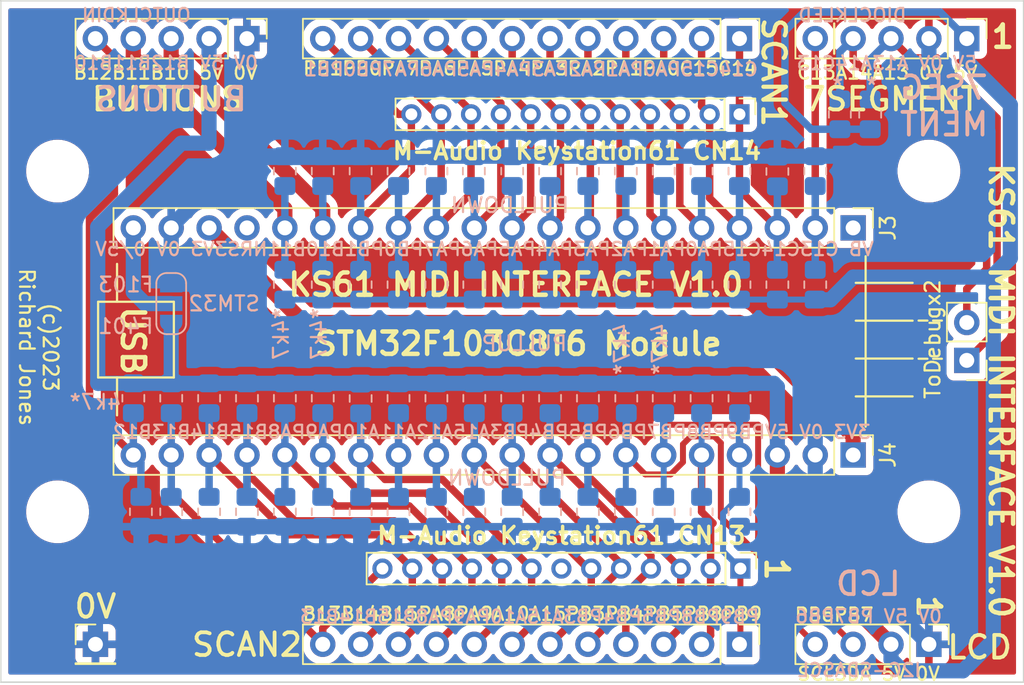
<source format=kicad_pcb>
(kicad_pcb (version 20211014) (generator pcbnew)
  (layers (0 "F.Cu" signal) (31 "B.Cu" signal) (34 "B.Paste" user) (35 "F.Paste" user) (36 "B.SilkS" user "B.Silkscreen") (37 "F.SilkS" user "F.Silkscreen") (38 "B.Mask" user) (39 "F.Mask" user) (44 "Edge.Cuts" user))
  (net 0 "")
  (net 1 "/GND")
  (net 2 "/5V")
  (net 3 "/PB10")
  (net 4 "/PB11")
  (net 5 "/PB12")
  (net 6 "/PC14")
  (net 7 "/PC15")
  (net 8 "/PA0")
  (net 9 "/PA1")
  (net 10 "/PA2")
  (net 11 "/PA3")
  (net 12 "/PA4")
  (net 13 "/PA5")
  (net 14 "/PA6")
  (net 15 "/PA7")
  (net 16 "/PB0")
  (net 17 "/PB1")
  (net 18 "/PB9")
  (net 19 "/PB8")
  (net 20 "/PB5")
  (net 21 "/PB4")
  (net 22 "/PB3")
  (net 23 "/PA15")
  (net 24 "/NC")
  (net 25 "/PA10")
  (net 26 "/PA9")
  (net 27 "/PA8")
  (net 28 "/PB15")
  (net 29 "/PB14")
  (net 30 "/PB13")
  (net 31 "/VBAT")
  (net 32 "/PC13")
  (net 33 "/NRST")
  (net 34 "/3V3")
  (net 35 "/PB7")
  (net 36 "/PB6")
  (net 37 "/PA12")
  (net 38 "/PA11")
  (net 39 "/PA13")
  (net 40 "/PA14")
  (net 41 "/SEL")
  (footprint "Connector_PinHeader_2.54mm:PinHeader_1x12_P2.54mm_Vertical" (layer "F.Cu") (at 185.425 116.84 -90)
    (fp_text reference "GPIO13" hide)
    (fp_text value "Conn_01x12_Male" hide)
  )
  (footprint "Connector_PinHeader_2.54mm:PinHeader_1x01_P2.54mm_Vertical" (layer "F.Cu") (at 142.245 116.84)
    (fp_text reference "J5" hide)
    (fp_text value "Conn_01x01_Male" hide)
  )
  (footprint "Connector_PinHeader_2.54mm:PinHeader_1x04_P2.54mm_Vertical" (layer "F.Cu") (at 198.125 116.84 -90)
    (fp_text reference "LCD1" hide)
    (fp_text value "Conn_01x04_Male" hide)
  )
  (footprint "Connector_PinHeader_2.54mm:PinHeader_1x02_P2.54mm_Vertical" (layer "F.Cu") (at 200.665 97.79 180)
    (fp_text reference "ToDebugx2")
    (fp_text value "Conn_01x02_Male" hide)
  )
  (footprint "Connector_PinHeader_2.54mm:PinHeader_1x05_P2.54mm_Vertical" (layer "F.Cu") (at 152.4 76.2 -90)
    (fp_text reference "Buttons1" hide)
    (fp_text value "Conn_01x05_Male" hide)
  )
  (footprint "MountingHole:MountingHole_3.2mm_M3" (layer "F.Cu") (at 139.705 85.09)
    (fp_text reference "H41" hide)
    (fp_text value "MountingHole" hide)
  )
  (footprint "Connector_PinHeader_2.54mm:PinHeader_1x12_P2.54mm_Vertical" (layer "F.Cu") (at 185.425 76.2 -90)
    (fp_text reference "GPIO14" hide)
    (fp_text value "Conn_01x12_Male" hide)
  )
  (footprint "Connector_PinHeader_2.54mm:PinHeader_1x20_P2.54mm_Vertical" (layer "F.Cu") (at 193.045 104.14 -90)
    (fp_text reference "J4")
    (fp_text value "Conn_01x20_Female")
  )
  (footprint "Connector_PinHeader_2.00mm:PinHeader_1x13_P2.00mm_Vertical" (layer "F.Cu") (at 185.487 111.76 -90)
    (fp_text reference "CN13" hide)
    (fp_text value "Conn_01x13_Male" hide)
  )
  (footprint "Connector_PinHeader_2.00mm:PinHeader_1x12_P2.00mm_Vertical" (layer "F.Cu") (at 185.425 81.28 -90)
    (fp_text reference "CN14" hide)
    (fp_text value "Conn_01x12_Male" hide)
  )
  (footprint "MountingHole:MountingHole_3.2mm_M3" (layer "F.Cu") (at 139.705 107.95)
    (fp_text reference "H43" hide)
    (fp_text value "MountingHole" hide)
  )
  (footprint "MountingHole:MountingHole_3.2mm_M3" (layer "F.Cu") (at 198.125 107.95)
    (fp_text reference "H44" hide)
    (fp_text value "MountingHole" hide)
  )
  (footprint "Connector_PinHeader_2.54mm:PinHeader_1x05_P2.54mm_Vertical" (layer "F.Cu") (at 200.665 76.2 -90)
    (fp_text reference "SEG7" hide)
    (fp_text value "Conn_01x05_Male" hide)
  )
  (footprint "Connector_PinHeader_2.54mm:PinHeader_1x20_P2.54mm_Vertical" (layer "F.Cu") (at 193.045 88.9 -90)
    (fp_text reference "J3")
    (fp_text value "Conn_01x20_Female" hide)
  )
  (footprint "MountingHole:MountingHole_3.2mm_M3" (layer "F.Cu") (at 198.125 85.09)
    (fp_text reference "H42" hide)
    (fp_text value "MountingHole" hide)
  )
  (footprint "Resistor_SMD:R_0805_2012Metric_Pad1.20x1.40mm_HandSolder" (layer "B.Cu") (at 185.425 92.71 90)
    (fp_text reference "RU3" hide)
    (fp_text value "4k7" hide)
  )
  (footprint "Resistor_SMD:R_0805_2012Metric_Pad1.20x1.40mm_HandSolder" (layer "B.Cu") (at 157.485 107.95 90)
    (fp_text reference "RD27" hide)
    (fp_text value "4k7" hide)
  )
  (footprint "Resistor_SMD:R_0805_2012Metric_Pad1.20x1.40mm_HandSolder" (layer "B.Cu") (at 162.565 100.33 -90)
    (fp_text reference "RU25" hide)
    (fp_text value "4k7" hide)
  )
  (footprint "Resistor_SMD:R_0805_2012Metric_Pad1.20x1.40mm_HandSolder" (layer "B.Cu") (at 175.265 85.09 -90)
    (fp_text reference "RD7" hide)
    (fp_text value "4k7" hide)
  )
  (footprint "Resistor_SMD:R_0805_2012Metric_Pad1.20x1.40mm_HandSolder" (layer "B.Cu") (at 187.965 92.71 90)
    (fp_text reference "RU2" hide)
    (fp_text value "4k7" hide)
  )
  (footprint "Resistor_SMD:R_0805_2012Metric_Pad1.20x1.40mm_HandSolder" (layer "B.Cu") (at 172.725 85.09 -90)
    (fp_text reference "RD8" hide)
    (fp_text value "4k7" hide)
  )
  (footprint "Resistor_SMD:R_0805_2012Metric_Pad1.20x1.40mm_HandSolder" (layer "B.Cu") (at 187.966 85.11538 -90)
    (fp_text reference "RD2" hide)
    (fp_text value "4k7" hide)
  )
  (footprint "Resistor_SMD:R_0805_2012Metric_Pad1.20x1.40mm_HandSolder" (layer "B.Cu") (at 160.025 92.71 90)
    (fp_text reference "RU13" hide)
    (fp_text value "4k7" hide)
  )
  (footprint "Resistor_SMD:R_0805_2012Metric_Pad1.20x1.40mm_HandSolder" (layer "B.Cu") (at 157.485 92.71 90)
    (fp_text reference "RU14" hide)
    (fp_text value "*4k7")
  )
  (footprint "Resistor_SMD:R_0805_2012Metric_Pad1.20x1.40mm_HandSolder" (layer "B.Cu") (at 170.185 85.09 -90)
    (fp_text reference "RD9" hide)
    (fp_text value "4k7" hide)
  )
  (footprint "Resistor_SMD:R_0805_2012Metric_Pad1.20x1.40mm_HandSolder" (layer "B.Cu") (at 172.725 92.71 90)
    (fp_text reference "RU8" hide)
    (fp_text value "4k7")
  )
  (footprint "Resistor_SMD:R_0805_2012Metric_Pad1.20x1.40mm_HandSolder" (layer "B.Cu") (at 190.505 92.71 90)
    (fp_text reference "RU1" hide)
    (fp_text value "4k7" hide)
  )
  (footprint "Resistor_SMD:R_0805_2012Metric_Pad1.20x1.40mm_HandSolder" (layer "B.Cu") (at 160.025 85.09 -90)
    (fp_text reference "RD13" hide)
    (fp_text value "4k7" hide)
  )
  (footprint "Resistor_SMD:R_0805_2012Metric_Pad1.20x1.40mm_HandSolder" (layer "B.Cu") (at 172.725 100.33 -90)
    (fp_text reference "RU21" hide)
    (fp_text value "4k7" hide)
  )
  (footprint "Resistor_SMD:R_0805_2012Metric_Pad1.20x1.40mm_HandSolder" (layer "B.Cu") (at 157.485 85.09 -90)
    (fp_text reference "RD14" hide)
    (fp_text value "4k7" hide)
  )
  (footprint "Resistor_SMD:R_0805_2012Metric_Pad1.20x1.40mm_HandSolder" (layer "B.Cu") (at 157.485 100.33 -90)
    (fp_text reference "RU27" hide)
    (fp_text value "4k7" hide)
  )
  (footprint "Resistor_SMD:R_0805_2012Metric_Pad1.20x1.40mm_HandSolder" (layer "B.Cu") (at 175.265 107.95 90)
    (fp_text reference "RD20" hide)
    (fp_text value "4k7" hide)
  )
  (footprint "Resistor_SMD:R_0805_2012Metric_Pad1.20x1.40mm_HandSolder" (layer "B.Cu") (at 185.425 107.95 90)
    (fp_text reference "RD16" hide)
    (fp_text value "4k7" hide)
  )
  (footprint "Resistor_SMD:R_0805_2012Metric_Pad1.20x1.40mm_HandSolder" (layer "B.Cu") (at 165.105 85.09 -90)
    (fp_text reference "RD11" hide)
    (fp_text value "4k7" hide)
  )
  (footprint "Resistor_SMD:R_0805_2012Metric_Pad1.20x1.40mm_HandSolder" (layer "B.Cu") (at 177.805 92.726 90)
    (fp_text reference "RU6" hide)
    (fp_text value "4k7" hide)
  )
  (footprint "Resistor_SMD:R_0805_2012Metric_Pad1.20x1.40mm_HandSolder" (layer "B.Cu") (at 147.325 100.33 -90)
    (fp_text reference "RU31" hide)
    (fp_text value "4k7" hide)
  )
  (footprint "Resistor_SMD:R_0805_2012Metric_Pad1.20x1.40mm_HandSolder" (layer "B.Cu") (at 182.885 107.95 90)
    (fp_text reference "RD17" hide)
    (fp_text value "4k7" hide)
  )
  (footprint "Resistor_SMD:R_0805_2012Metric_Pad1.20x1.40mm_HandSolder" (layer "B.Cu") (at 162.565 85.09 -90)
    (fp_text reference "RD12" hide)
    (fp_text value "4k7" hide)
  )
  (footprint "Resistor_SMD:R_0805_2012Metric_Pad1.20x1.40mm_HandSolder" (layer "B.Cu") (at 170.185 92.71 90)
    (fp_text reference "RU9" hide)
    (fp_text value "4k7" hide)
  )
  (footprint "Resistor_SMD:R_0805_2012Metric_Pad1.20x1.40mm_HandSolder" (layer "B.Cu") (at 160.025 107.95 90)
    (fp_text reference "RD26" hide)
    (fp_text value "4k7" hide)
  )
  (footprint "Resistor_SMD:R_0805_2012Metric_Pad1.20x1.40mm_HandSolder" (layer "B.Cu") (at 165.105 92.71 90)
    (fp_text reference "RU11" hide)
    (fp_text value "4k7" hide)
  )
  (footprint "Resistor_SMD:R_0805_2012Metric_Pad1.20x1.40mm_HandSolder" (layer "B.Cu") (at 154.945 85.09 -90)
    (fp_text reference "RD15" hide)
    (fp_text value "4k7" hide)
  )
  (footprint "Resistor_SMD:R_0805_2012Metric_Pad1.20x1.40mm_HandSolder" (layer "B.Cu") (at 165.105 107.95 90)
    (fp_text reference "RD24" hide)
    (fp_text value "4k7" hide)
  )
  (footprint "Resistor_SMD:R_0805_2012Metric_Pad1.20x1.40mm_HandSolder" (layer "B.Cu") (at 149.865 107.95 90)
    (fp_text reference "RD30" hide)
    (fp_text value "4k7" hide)
  )
  (footprint "Resistor_SMD:R_0805_2012Metric_Pad1.20x1.40mm_HandSolder" (layer "B.Cu") (at 180.345 92.71 90)
    (fp_text reference "RU5" hide)
    (fp_text value "4k7" hide)
  )
  (footprint "Resistor_SMD:R_0805_2012Metric_Pad1.20x1.40mm_HandSolder" (layer "B.Cu") (at 160.025 100.346 -90)
    (fp_text reference "RU26" hide)
    (fp_text value "4k7" hide)
  )
  (footprint "Resistor_SMD:R_0805_2012Metric_Pad1.20x1.40mm_HandSolder" (layer "B.Cu") (at 152.405 107.95 90)
    (fp_text reference "RD29" hide)
    (fp_text value "4k7" hide)
  )
  (footprint "Resistor_SMD:R_0805_2012Metric_Pad1.20x1.40mm_HandSolder" (layer "B.Cu") (at 182.885 100.33 -90)
    (fp_text reference "RU17" hide)
    (fp_text value "4k7" hide)
  )
  (footprint "Resistor_SMD:R_0805_2012Metric_Pad1.20x1.40mm_HandSolder" (layer "B.Cu") (at 175.265 100.33 -90)
    (fp_text reference "RU20" hide)
    (fp_text value "4k7" hide)
  )
  (footprint "Resistor_SMD:R_0805_2012Metric_Pad1.20x1.40mm_HandSolder" (layer "B.Cu") (at 180.345 100.33 -90)
    (fp_text reference "RU18" hide)
    (fp_text value "4k7*")
  )
  (footprint "Resistor_SMD:R_0805_2012Metric_Pad1.20x1.40mm_HandSolder" (layer "B.Cu") (at 182.885 92.71 90)
    (fp_text reference "RU4" hide)
    (fp_text value "4k7" hide)
  )
  (footprint "Resistor_SMD:R_0805_2012Metric_Pad1.20x1.40mm_HandSolder" (layer "B.Cu") (at 180.345 85.09 -90)
    (fp_text reference "RD5" hide)
    (fp_text value "4k7" hide)
  )
  (footprint "Resistor_SMD:R_0805_2012Metric_Pad1.20x1.40mm_HandSolder" (layer "B.Cu") (at 170.185 107.95 90)
    (fp_text reference "RD22" hide)
    (fp_text value "4k7" hide)
  )
  (footprint "Resistor_SMD:R_0805_2012Metric_Pad1.20x1.40mm_HandSolder" (layer "B.Cu") (at 149.865 100.33 -90)
    (fp_text reference "RU30" hide)
    (fp_text value "4k7" hide)
  )
  (footprint "Resistor_SMD:R_0805_2012Metric_Pad1.20x1.40mm_HandSolder" (layer "B.Cu") (at 167.645 107.95 90)
    (fp_text reference "RD23" hide)
    (fp_text value "4k7" hide)
  )
  (footprint "Resistor_SMD:R_0805_2012Metric_Pad1.20x1.40mm_HandSolder" (layer "B.Cu") (at 177.835 100.33 -90)
    (fp_text reference "RU19" hide)
    (fp_text value "4k7*")
  )
  (footprint "Resistor_SMD:R_0805_2012Metric_Pad1.20x1.40mm_HandSolder" (layer "B.Cu") (at 152.405 100.33 -90)
    (fp_text reference "RU29" hide)
    (fp_text value "4k7" hide)
  )
  (footprint "Resistor_SMD:R_0805_2012Metric_Pad1.20x1.40mm_HandSolder" (layer "B.Cu") (at 177.805 107.95 90)
    (fp_text reference "RD19" hide)
    (fp_text value "4k7" hide)
  )
  (footprint "Resistor_SMD:R_0805_2012Metric_Pad1.20x1.40mm_HandSolder" (layer "B.Cu") (at 147.325 107.95 90)
    (fp_text reference "RD31" hide)
    (fp_text value "4k7" hide)
  )
  (footprint "Resistor_SMD:R_0805_2012Metric_Pad1.20x1.40mm_HandSolder" (layer "B.Cu") (at 162.565 92.71 90)
    (fp_text reference "RU12" hide)
    (fp_text value "4k7" hide)
  )
  (footprint "Resistor_SMD:R_0805_2012Metric_Pad1.20x1.40mm_HandSolder" (layer "B.Cu") (at 167.645 92.71 90)
    (fp_text reference "RU10" hide)
    (fp_text value "4k7" hide)
  )
  (footprint "Resistor_SMD:R_0805_2012Metric_Pad1.20x1.40mm_HandSolder" (layer "B.Cu") (at 145.293 107.95 90)
    (fp_text reference "RD32" hide)
    (fp_text value "4k7" hide)
  )
  (footprint "Resistor_SMD:R_0805_2012Metric_Pad1.20x1.40mm_HandSolder" (layer "B.Cu") (at 154.945 92.71 90)
    (fp_text reference "RU15" hide)
    (fp_text value "*4k7")
  )
  (footprint "Resistor_SMD:R_0805_2012Metric_Pad1.20x1.40mm_HandSolder" (layer "B.Cu") (at 165.105 100.33 -90)
    (fp_text reference "RU24" hide)
    (fp_text value "4k7" hide)
  )
  (footprint "Resistor_SMD:R_0805_2012Metric_Pad1.20x1.40mm_HandSolder" (layer "B.Cu") (at 144.785 100.33 -90)
    (fp_text reference "RU32" hide)
    (fp_text value "4k7*")
  )
  (footprint "Resistor_SMD:R_0805_2012Metric_Pad1.20x1.40mm_HandSolder" (layer "B.Cu") (at 185.425 85.09 -90)
    (fp_text reference "RD3" hide)
    (fp_text value "4k7" hide)
  )
  (footprint "Resistor_SMD:R_0805_2012Metric_Pad1.20x1.40mm_HandSolder" (layer "B.Cu") (at 192.156 81.28 90)
    (fp_text reference "RU34" hide)
    (fp_text value "4k7" hide)
  )
  (footprint "Resistor_SMD:R_0805_2012Metric_Pad1.20x1.40mm_HandSolder" (layer "B.Cu") (at 194.188 81.28 90)
    (fp_text reference "RU33" hide)
    (fp_text value "4k7")
  )
  (footprint "Resistor_SMD:R_0805_2012Metric_Pad1.20x1.40mm_HandSolder" (layer "B.Cu") (at 177.805 85.09 -90)
    (fp_text reference "RD6" hide)
    (fp_text value "4k7" hide)
  )
  (footprint "Resistor_SMD:R_0805_2012Metric_Pad1.20x1.40mm_HandSolder" (layer "B.Cu") (at 175.265 92.71 90)
    (fp_text reference "RU7" hide)
    (fp_text value "4k7" hide)
  )
  (footprint "Resistor_SMD:R_0805_2012Metric_Pad1.20x1.40mm_HandSolder" (layer "B.Cu") (at 162.565 107.95 90)
    (fp_text reference "RD25" hide)
    (fp_text value "4k7" hide)
  )
  (footprint "Resistor_SMD:R_0805_2012Metric_Pad1.20x1.40mm_HandSolder" (layer "B.Cu") (at 170.185 100.33 -90)
    (fp_text reference "RU22" hide)
    (fp_text value "4k7" hide)
  )
  (footprint "Resistor_SMD:R_0805_2012Metric_Pad1.20x1.40mm_HandSolder" (layer "B.Cu") (at 190.505 85.09 -90)
    (fp_text reference "RD1" hide)
    (fp_text value "4k7" hide)
  )
  (footprint "Resistor_SMD:R_0805_2012Metric_Pad1.20x1.40mm_HandSolder" (layer "B.Cu") (at 167.645 100.33 -90)
    (fp_text reference "RU23" hide)
    (fp_text value "4k7" hide)
  )
  (footprint "Resistor_SMD:R_0805_2012Metric_Pad1.20x1.40mm_HandSolder" (layer "B.Cu") (at 167.615 85.09 -90)
    (fp_text reference "RD10" hide)
    (fp_text value "4k7" hide)
  )
  (footprint "Jumper:SolderJumper-3_P1.3mm_Open_RoundedPad1.0x1.5mm_NumberLabels" (layer "B.Cu") (at 147.325 93.98 90)
    (fp_text reference "STM32")
    (fp_text value "SolderJumper_3_Open" hide)
  )
  (footprint "Resistor_SMD:R_0805_2012Metric_Pad1.20x1.40mm_HandSolder" (layer "B.Cu") (at 154.945 107.95 90)
    (fp_text reference "RD28" hide)
    (fp_text value "4k7" hide)
  )
  (footprint "Resistor_SMD:R_0805_2012Metric_Pad1.20x1.40mm_HandSolder" (layer "B.Cu") (at 154.945 100.33 -90)
    (fp_text reference "RU28" hide)
    (fp_text value "4k7" hide)
  )
  (footprint "Resistor_SMD:R_0805_2012Metric_Pad1.20x1.40mm_HandSolder" (layer "B.Cu") (at 182.885 85.09 -90)
    (fp_text reference "RD4" hide)
    (fp_text value "4k7" hide)
  )
  (footprint "Resistor_SMD:R_0805_2012Metric_Pad1.20x1.40mm_HandSolder" (layer "B.Cu") (at 180.345 107.95 90)
    (fp_text reference "RD18" hide)
    (fp_text value "4k7" hide)
  )
  (footprint "Resistor_SMD:R_0805_2012Metric_Pad1.20x1.40mm_HandSolder" (layer "B.Cu") (at 185.425 100.33 -90)
    (fp_text reference "RU16" hide)
    (fp_text value "4k7" hide)
  )
  (footprint "Resistor_SMD:R_0805_2012Metric_Pad1.20x1.40mm_HandSolder" (layer "B.Cu") (at 172.725 107.95 90)
    (fp_text reference "RD21" hide)
    (fp_text value "4k7" hide)
  )
  (gr_line (start 198.405 95.12) (end 198.995 95.12) (layer "F.SilkS") (width 0.15))
  (gr_line (start 142.422066 98.937066) (end 147.502066 98.937066) (layer "F.SilkS") (width 0.15))
  (gr_line (start 193.8832 90.805) (end 193.8832 102.235) (layer "F.SilkS") (width 0.15))
  (gr_line (start 197.435 95.12) (end 198.025 95.12) (layer "F.SilkS") (width 0.15))
  (gr_line (start 143.692066 91.317066) (end 143.692066 93.857066) (layer "F.SilkS") (width 0.15))
  (gr_line (start 193.222066 97.667066) (end 197.032066 97.667066) (layer "F.SilkS") (width 0.15))
  (gr_line (start 193.222066 95.127066) (end 197.032066 95.127066) (layer "F.SilkS") (width 0.15))
  (gr_line (start 142.422066 93.857066) (end 147.502066 93.857066) (layer "F.SilkS") (width 0.15))
  (gr_line (start 191.775 75.184) (end 191.775 77.216) (layer "F.SilkS") (width 0.15))
  (gr_line (start 147.502066 93.857066) (end 147.502066 98.937066) (layer "F.SilkS") (width 0.15))
  (gr_line (start 198.405 97.68) (end 198.995 97.68) (layer "F.SilkS") (width 0.15))
  (gr_line (start 143.692066 98.937066) (end 143.692066 101.477066) (layer "F.SilkS") (width 0.15))
  (gr_line (start 193.222066 100.207066) (end 197.032066 100.207066) (layer "F.SilkS") (width 0.15))
  (gr_line (start 197.435 97.68) (end 198.025 97.68) (layer "F.SilkS") (width 0.15))
  (gr_line (start 193.222066 92.587066) (end 197.032066 92.587066) (layer "F.SilkS") (width 0.15))
  (gr_line (start 142.422066 98.937066) (end 142.422066 93.857066) (layer "F.SilkS") (width 0.15))
  (gr_rect (start 204.475 73.66) (end 135.895 119.38) (layer "Edge.Cuts") (width 0.1) (fill none))
  (gr_text "3V3 0V 5VPB9PB8PB7PB6PB5PB4PB3A15A12A11A10PA9PA8B15B14B13B12" (at 168.812666 102.594666) (layer "B.SilkS") (effects (font (size 0.889 0.893064)) (justify mirror)))
  (gr_text "PB9PB8PB5PB4PB3A15A10PA9PA8B15B14B13" (at 171.352666 114.989866) (layer "B.SilkS") (effects (font (size 0.889 0.889) (thickness 0.1524)) (justify mirror)))
  (gr_text "PULLDOWN" (at 170.031866 87.380066) (layer "B.SilkS") (effects (font (size 1 1)) (justify mirror)))
  (gr_text "5V 0V A13A14C13" (at 195.3056 77.851) (layer "B.SilkS") (effects (font (size 0.889 0.889) (thickness 0.1524)) (justify mirror)))
  (gr_text "F103" (at 144.277 92.71) (layer "B.SilkS") (effects (font (size 0.9906 0.9906) (thickness 0.14986)) (justify mirror)))
  (gr_text "LCD" (at 194.061 112.776) (layer "B.SilkS") (effects (font (size 1.524 1.524) (thickness 0.254)) (justify mirror)))
  (gr_text "0V 5V B12B11B10" (at 146.968666 77.829666) (layer "B.SilkS") (effects (font (size 0.889 0.889) (thickness 0.1524)) (justify mirror)))
  (gr_text "I2C-SDASCL" (at 193.476066 118.571266) (layer "B.SilkS") (effects (font (size 0.889 0.889) (thickness 0.1524)) (justify mirror)))
  (gr_text "0V 5V PB7PB6" (at 194.085666 114.964466) (layer "B.SilkS") (effects (font (size 0.889 0.889) (thickness 0.1524)) (justify mirror)))
  (gr_text "DIOCLKLED" (at 192.993466 74.629266) (layer "B.SilkS") (effects (font (size 0.889 0.89916) (thickness 0.1524)) (justify mirror)))
  (gr_text "VB C13C14C15PA0PA1PA2PA3PA4PA5PA6PA7PB0PB1B10B11NRS3V3 0V 0/5V" (at 168.3308 90.3224) (layer "B.SilkS") (effects (font (size 0.889 0.893064)) (justify mirror)))
  (gr_text "BUTTONS" (at 147.325 80.264) (layer "B.SilkS") (effects (font (size 1.524 1.524) (thickness 0.254)) (justify mirror)))
  (gr_text "7SEG\nMENT" (at 199.141 80.7212) (layer "B.SilkS") (effects (font (size 1.524 1.524) (thickness 0.254)) (justify mirror)))
  (gr_text "PULLUP" (at 170.997066 96.651066) (layer "B.SilkS") (effects (font (size 1 1)) (justify mirror)))
  (gr_text "*  *" (at 193.1466 79.3496) (layer "B.SilkS") (effects (font (size 1 1)) (justify mirror)))
  (gr_text "F401" (at 144.277 95.504) (layer "B.SilkS") (effects (font (size 0.9906 0.9906) (thickness 0.14986)) (justify mirror)))
  (gr_text "C14C15PA0PA1PA2PA3PA4PA5PA6PA7PB0PB1" (at 171.454266 78.261466) (layer "B.SilkS") (effects (font (size 0.889 0.889) (thickness 0.1524)) (justify mirror)))
  (gr_text "OUTCLKDIN" (at 144.987466 74.629266) (layer "B.SilkS") (effects (font (size 0.889 0.889) (thickness 0.1524)) (justify mirror)))
  (gr_text "PULLDOWN" (at 169.828666 105.668066) (layer "B.SilkS") (effects (font (size 1 1)) (justify mirror)))
  (gr_text "STM32F103C8T6 Module" (at 170.5914 96.6724) (layer "F.SilkS") (effects (font (size 1.5 1.5) (thickness 0.3))))
  (gr_text "B12B11B10 5V 0V" (at 146.944 78.486) (layer "F.SilkS") (effects (font (size 0.889 0.889) (thickness 0.1524))))
  (gr_text "USB" (at 144.7596 96.4692 270) (layer "F.SilkS") (effects (font (size 1.5 1.5) (thickness 0.3))))
  (gr_text "SCLSDA 5V 0V" (at 194.0864 118.8212) (layer "F.SilkS") (effects (font (size 0.889 0.889) (thickness 0.1524))))
  (gr_text "1" (at 187.925 111.8 270) (layer "F.SilkS") (effects (font (size 1.5 1.5) (thickness 0.3))))
  (gr_text "KS61 MIDI INTERFACE V1.0" (at 170.434 92.71) (layer "F.SilkS") (effects (font (size 1.5 1.5) (thickness 0.3))))
  (gr_text "1" (at 198.125 114.3 270) (layer "F.SilkS") (effects (font (size 1.5 1.5) (thickness 0.3))))
  (gr_text "KS61 MIDI INTERFACE V1.0" (at 202.951 99.822 270) (layer "F.SilkS") (effects (font (size 1.5 1.5) (thickness 0.3))))
  (gr_text "PB1PB0PA7PA6PA5PA4PA3PA2PA1PA0C15C14" (at 171.375 78.2) (layer "F.SilkS") (effects (font (size 0.889 0.889) (thickness 0.1524))))
  (gr_text "PB6PB7" (at 191.775 114.8588) (layer "F.SilkS") (effects (font (size 0.889 0.889) (thickness 0.1524))))
  (gr_text "M-Audio Keystation61 CN14" (at 174.5284 83.7438) (layer "F.SilkS") (effects (font (size 1.143 1.143) (thickness 0.2286))))
  (gr_text "0V" (at 142.245 114.3) (layer "F.SilkS") (effects (font (size 1.524 1.524) (thickness 0.254))))
  (gr_text "(c)2023\nRichard Jones" (at 138.435 96.901 270) (layer "F.SilkS") (effects (font (size 0.9906 0.9906) (thickness 0.1524))))
  (gr_text "SCAN2" (at 152.405 116.8654) (layer "F.SilkS") (effects (font (size 1.524 1.524) (thickness 0.254))))
  (gr_text "B13B14B15PA8PA9A10A15PB3PB4PB5PB8PB9" (at 171.535 114.8) (layer "F.SilkS") (effects (font (size 0.889 0.889) (thickness 0.1524))))
  (gr_text "LCD" (at 201.5286 117.0432) (layer "F.SilkS") (effects (font (size 1.524 1.524) (thickness 0.254))))
  (gr_text "M-Audio Keystation61 CN13" (at 173.487 109.5502) (layer "F.SilkS") (effects (font (size 1.143 1.143) (thickness 0.2286))))
  (gr_text "7SEGMENT" (at 195.585 80.264) (layer "F.SilkS") (effects (font (size 1.524 1.524) (thickness 0.254))))
  (gr_text "C13A14A13 0V 5V" (at 195.331 78.486) (layer "F.SilkS") (effects (font (size 0.889 0.889) (thickness 0.1524))))
  (gr_text "BUTTONS" (at 147.071 80.264) (layer "F.SilkS") (effects (font (size 1.524 1.524) (thickness 0.254))))
  (gr_text "1" (at 203.078 76.073) (layer "F.SilkS") (effects (font (size 1.5 1.5) (thickness 0.3))))
  (gr_text "SCAN1" (at 187.711 78.4606 270) (layer "F.SilkS") (effects (font (size 1.508 1.508) (thickness 0.2794))))
  (segment (start 190.4542 109.0676) (end 190.505 109.0168) (width 1.016) (layer "B.Cu") (net 1))
  (segment (start 167.645 108.95) (end 160.025 108.95) (width 0.5) (layer "B.Cu") (net 1))
  (segment (start 152.4 83.815) (end 154.67 83.815) (width 0.5) (layer "B.Cu") (net 1))
  (segment (start 154.961 84.106) (end 154.945 84.09) (width 0.5) (layer "B.Cu") (net 1))
  (segment (start 190.3226 95.8296) (end 152.9846 95.8296) (width 1.016) (layer "B.Cu") (net 1))
  (segment (start 190.505 109.0168) (end 190.505 96.012) (width 1.016) (layer "B.Cu") (net 1))
  (segment (start 190.4542 109.0676) (end 190.4542 109.1692) (width 1.016) (layer "B.Cu") (net 1))
  (segment (start 164.194233 84.1756) (end 151.9478 84.1756) (width 1.016) (layer "B.Cu") (net 1))
  (segment (start 193.791 84.09) (end 190.505 84.09) (width 1.016) (layer "B.Cu") (net 1))
  (segment (start 190.505 96.012) (end 190.3226 95.8296) (width 1.016) (layer "B.Cu") (net 1))
  (segment (start 148.7347 87.3887) (end 151.9478 84.1756) (width 1.016) (layer "B.Cu") (net 1))
  (segment (start 151.9478 84.1756) (end 152.3084 83.815) (width 1.016) (layer "B.Cu") (net 1))
  (segment (start 170.185 108.95) (end 172.725 108.95) (width 0.5) (layer "B.Cu") (net 1))
  (segment (start 193.807 84.106) (end 193.791 84.09) (width 1.016) (layer "B.Cu") (net 1))
  (segment (start 160.025 108.95) (end 160.025 113.665) (width 1.016) (layer "B.Cu") (net 1))
  (segment (start 147.325 88.7984) (end 148.7347 87.3887) (width 1.016) (layer "B.Cu") (net 1))
  (segment (start 142.245 115.1382) (end 142.245 116.84) (width 1.016) (layer "B.Cu") (net 1))
  (segment (start 157.485 84.106) (end 154.961 84.106) (width 0.5) (layer "B.Cu") (net 1))
  (segment (start 198.125 116.84) (end 194.31 113.025) (width 1.016) (layer "B.Cu") (net 1))
  (segment (start 147.325 88.9) (end 147.325 88.7984) (width 0.5) (layer "B.Cu") (net 1))
  (segment (start 193.807 86.233) (end 193.807 84.106) (width 1.016) (layer "B.Cu") (net 1))
  (segment (start 152.4 76.2) (end 152.4 83.815) (width 1.016) (layer "B.Cu") (net 1))
  (segment (start 198.125 78.486999) (end 202.0874 82.449399) (width 1.016) (layer "B.Cu") (net 1))
  (segment (start 198.125 76.2) (end 198.125 78.486999) (width 1.016) (layer "B.Cu") (net 1))
  (segment (start 197.236 89.662) (end 193.807 86.233) (width 1.016) (layer "B.Cu") (net 1))
  (segment (start 145.293 112.0902) (end 142.245 115.1382) (width 1.016) (layer "B.Cu") (net 1))
  (segment (start 202.0874 82.449399) (end 202.0874 89.662) (width 1.016) (layer "B.Cu") (net 1))
  (segment (start 202.0874 89.662) (end 197.236 89.662) (width 1.016) (layer "B.Cu") (net 1))
  (segment (start 145.293 108.95) (end 160.025 108.95) (width 1.016) (layer "B.Cu") (net 1))
  (segment (start 147.325 92.68) (end 147.325 88.9) (width 1.016) (layer "B.Cu") (net 1))
  (segment (start 167.645 108.95) (end 170.185 108.95) (width 0.5) (layer "B.Cu") (net 1))
  (segment (start 190.505 84.09) (end 164.279833 84.09) (width 1.016) (layer "B.Cu") (net 1))
  (segment (start 152.9846 95.8296) (end 149.835 92.68) (width 1.016) (layer "B.Cu") (net 1))
  (segment (start 164.279833 84.09) (end 164.194233 84.1756) (width 1.016) (layer "B.Cu") (net 1))
  (segment (start 186.7458 113.9444) (end 160.3044 113.9444) (width 1.016) (layer "B.Cu") (net 1))
  (segment (start 185.425 108.95) (end 190.235 108.95) (width 0.5) (layer "B.Cu") (net 1))
  (segment (start 190.4542 110.236) (end 190.4542 109.0676) (width 1.016) (layer "B.Cu") (net 1))
  (segment (start 182.885 108.95) (end 172.69477 108.95) (width 0.5) (layer "B.Cu") (net 1))
  (segment (start 149.835 92.68) (end 147.325 92.68) (width 1.016) (layer "B.Cu") (net 1))
  (segment (start 154.67 83.815) (end 154.945 84.09) (width 0.5) (layer "B.Cu") (net 1))
  (segment (start 160.025 113.665) (end 160.3044 113.9444) (width 1.016) (layer "B.Cu") (net 1))
  (segment (start 145.293 108.95) (end 145.293 112.0902) (width 1.016) (layer "B.Cu") (net 1))
  (segment (start 190.4542 109.1692) (end 194.31 113.025) (width 1.016) (layer "B.Cu") (net 1))
  (segment (start 190.4542 110.236) (end 186.7458 113.9444) (width 1.016) (layer "B.Cu") (net 1))
  (segment (start 152.3084 83.815) (end 152.4 83.815) (width 1.016) (layer "B.Cu") (net 1))
  (segment (start 187.965 104.14) (end 187.965 109.22) (width 1.016) (layer "F.Cu") (net 2))
  (segment (start 187.965 109.22) (end 195.585 116.84) (width 1.016) (layer "F.Cu") (net 2))
  (segment (start 200.665 77.724) (end 203.586 80.645) (width 1.016) (layer "B.Cu") (net 2))
  (segment (start 187.965 104.14) (end 187.965 99.568) (width 1.016) (layer "B.Cu") (net 2))
  (segment (start 193.045 92.202) (end 191.521 93.726) (width 1.016) (layer "B.Cu") (net 2))
  (segment (start 185.425 99.33) (end 144.785 99.33) (width 1.016) (layer "B.Cu") (net 2))
  (segment (start 149.86 76.2) (end 149.86 83.2154) (width 1.016) (layer "B.Cu") (net 2))
  (segment (start 189.743 74.422) (end 198.887 74.422) (width 0.5) (layer "B.Cu") (net 2))
  (segment (start 203.586 90.932) (end 202.443 92.075) (width 1.016) (layer "B.Cu") (net 2))
  (segment (start 188.473 75.692) (end 189.743 74.422) (width 0.5) (layer "B.Cu") (net 2))
  (segment (start 190.235 82.28) (end 188.473 80.518) (width 0.5) (layer "B.Cu") (net 2))
  (segment (start 190.521 93.726) (end 190.505 93.71) (width 1.016) (layer "B.Cu") (net 2))
  (segment (start 187.727 99.33) (end 185.425 99.33) (width 1.016) (layer "B.Cu") (net 2))
  (segment (start 148.0058 83.2154) (end 142.3974 88.8238) (width 1.016) (layer "B.Cu") (net 2))
  (segment (start 149.86 83.2154) (end 148.0058 83.2154) (width 1.016) (layer "B.Cu") (net 2))
  (segment (start 202.443 93.726) (end 202.443 116.586) (width 1.016) (layer "B.Cu") (net 2))
  (segment (start 191.521 93.726) (end 190.521 93.726) (width 1.016) (layer "B.Cu") (net 2))
  (segment (start 196.347 118.618) (end 195.585 117.856) (width 1.016) (layer "B.Cu") (net 2))
  (segment (start 200.665 76.2) (end 200.665 77.724) (width 1.016) (layer "B.Cu") (net 2))
  (segment (start 188.473 80.518) (end 188.473 75.692) (width 0.5) (layer "B.Cu") (net 2))
  (segment (start 203.586 80.645) (end 203.586 90.932) (width 1.016) (layer "B.Cu") (net 2))
  (segment (start 202.443 116.586) (end 200.411 118.618) (width 1.016) (layer "B.Cu") (net 2))
  (segment (start 142.3974 88.8238) (end 142.3974 99.314) (width 1.016) (layer "B.Cu") (net 2))
  (segment (start 147.325 95.28) (end 147.325 99.33) (width 1.016) (layer "B.Cu") (net 2))
  (segment (start 202.443 92.202) (end 193.045 92.202) (width 1.016) (layer "B.Cu") (net 2))
  (segment (start 192.156 82.28) (end 190.235 82.28) (width 0.5) (layer "B.Cu") (net 2))
  (segment (start 142.4134 99.33) (end 144.785 99.33) (width 1.016) (layer "B.Cu") (net 2))
  (segment (start 187.965 99.568) (end 187.727 99.33) (width 1.016) (layer "B.Cu") (net 2))
  (segment (start 198.887 74.422) (end 200.665 76.2) (width 0.5) (layer "B.Cu") (net 2))
  (segment (start 195.585 117.856) (end 195.585 116.84) (width 1.016) (layer "B.Cu") (net 2))
  (segment (start 194.188 82.28) (end 192.156 82.28) (width 0.5) (layer "B.Cu") (net 2))
  (segment (start 190.505 93.71) (end 154.945 93.71) (width 0.4) (layer "B.Cu") (net 2))
  (segment (start 142.3974 99.314) (end 142.4134 99.33) (width 1.016) (layer "B.Cu") (net 2))
  (segment (start 200.411 118.618) (end 196.347 118.618) (width 1.016) (layer "B.Cu") (net 2))
  (segment (start 202.443 92.075) (end 202.443 93.726) (width 1.016) (layer "B.Cu") (net 2))
  (segment (start 157.485 87.63) (end 157.485 88.9) (width 1.016) (layer "F.Cu") (net 3))
  (segment (start 147.32 77.465) (end 157.485 87.63) (width 1.016) (layer "F.Cu") (net 3))
  (segment (start 147.32 76.2) (end 147.32 77.465) (width 1.016) (layer "F.Cu") (net 3))
  (segment (start 157.485 88.9) (end 157.485 91.71) (width 0.5) (layer "B.Cu") (net 3))
  (segment (start 157.485 86.106) (end 157.485 88.9) (width 0.5) (layer "B.Cu") (net 3))
  (segment (start 154.945 87.63) (end 154.945 88.9) (width 1.016) (layer "F.Cu") (net 4))
  (segment (start 144.78 76.2) (end 144.78 77.465) (width 1.016) (layer "F.Cu") (net 4))
  (segment (start 144.78 77.465) (end 154.945 87.63) (width 1.016) (layer "F.Cu") (net 4))
  (segment (start 154.945 88.9) (end 154.945 91.71) (width 0.5) (layer "B.Cu") (net 4))
  (segment (start 154.945 86.09) (end 154.945 88.9) (width 0.5) (layer "B.Cu") (net 4))
  (segment (start 141.84628 101.20128) (end 144.785 104.14) (width 0.5) (layer "F.Cu") (net 5))
  (segment (start 141.84628 88.281929) (end 141.84628 101.20128) (width 0.5) (layer "F.Cu") (net 5))
  (segment (start 143.515 86.613208) (end 141.84628 88.281929) (width 0.5) (layer "F.Cu") (net 5))
  (segment (start 142.24 76.2) (end 143.515 77.475) (width 0.5) (layer "F.Cu") (net 5))
  (segment (start 143.515 77.475) (end 143.515 86.613208) (width 0.5) (layer "F.Cu") (net 5))
  (segment (start 145.293 106.95) (end 145.293 104.648) (width 0.5) (layer "B.Cu") (net 5))
  (segment (start 144.785 101.33) (end 144.785 104.14) (width 0.5) (layer "B.Cu") (net 5))
  (segment (start 145.293 104.648) (end 144.785 104.14) (width 0.5) (layer "B.Cu") (net 5))
  (segment (start 185.425 76.2) (end 185.425 81.28) (width 0.5) (layer "F.Cu") (net 6))
  (segment (start 185.425 86.36) (end 187.965 88.9) (width 0.5) (layer "F.Cu") (net 6))
  (segment (start 185.425 81.28) (end 185.425 86.36) (width 0.5) (layer "F.Cu") (net 6))
  (segment (start 187.966 86.11538) (end 187.966 88.899) (width 0.5) (layer "B.Cu") (net 6))
  (segment (start 187.966 88.899) (end 187.965 88.9) (width 0.5) (layer "B.Cu") (net 6))
  (segment (start 187.965 88.9) (end 187.965 91.71) (width 0.5) (layer "B.Cu") (net 6))
  (segment (start 182.885 80.74) (end 183.425 81.28) (width 0.5) (layer "F.Cu") (net 7))
  (segment (start 183.425 81.28) (end 183.425 86.9) (width 0.5) (layer "F.Cu") (net 7))
  (segment (start 183.425 86.9) (end 185.425 88.9) (width 0.5) (layer "F.Cu") (net 7))
  (segment (start 182.885 76.2) (end 182.885 80.74) (width 0.5) (layer "F.Cu") (net 7))
  (segment (start 185.425 86.09) (end 185.425 91.726) (width 0.5) (layer "B.Cu") (net 7))
  (segment (start 180.345 76.2) (end 180.345 80.2) (width 0.5) (layer "F.Cu") (net 8))
  (segment (start 181.425 87.44) (end 182.885 88.9) (width 0.5) (layer "F.Cu") (net 8))
  (segment (start 180.345 80.2) (end 181.425 81.28) (width 0.5) (layer "F.Cu") (net 8))
  (segment (start 181.425 81.28) (end 181.425 87.44) (width 0.5) (layer "F.Cu") (net 8))
  (segment (start 182.885 86.09) (end 182.885 91.71) (width 0.5) (layer "B.Cu") (net 8))
  (segment (start 179.425 87.98) (end 180.345 88.9) (width 0.5) (layer "F.Cu") (net 9))
  (segment (start 179.425 81.28) (end 179.425 87.98) (width 0.5) (layer "F.Cu") (net 9))
  (segment (start 177.805 79.66) (end 179.425 81.28) (width 0.5) (layer "F.Cu") (net 9))
  (segment (start 177.805 76.2) (end 177.805 79.66) (width 0.5) (layer "F.Cu") (net 9))
  (segment (start 180.345 86.09) (end 180.345 91.71) (width 0.5) (layer "B.Cu") (net 9))
  (segment (start 175.265 76.2) (end 175.265 79.12) (width 0.5) (layer "F.Cu") (net 10))
  (segment (start 177.425 81.28) (end 177.425 88.52) (width 0.5) (layer "F.Cu") (net 10))
  (segment (start 175.265 79.12) (end 177.425 81.28) (width 0.5) (layer "F.Cu") (net 10))
  (segment (start 177.425 88.52) (end 177.805 88.9) (width 0.5) (layer "F.Cu") (net 10))
  (segment (start 177.805 86.09) (end 177.805 91.726) (width 0.5) (layer "B.Cu") (net 10))
  (segment (start 175.425 81.28) (end 175.425 88.74) (width 0.5) (layer "F.Cu") (net 11))
  (segment (start 172.725 78.58) (end 175.425 81.28) (width 0.5) (layer "F.Cu") (net 11))
  (segment (start 175.425 88.74) (end 175.265 88.9) (width 0.5) (layer "F.Cu") (net 11))
  (segment (start 172.725 76.2) (end 172.725 78.58) (width 0.5) (layer "F.Cu") (net 11))
  (segment (start 175.265 86.09) (end 175.265 91.71) (width 0.5) (layer "B.Cu") (net 11))
  (segment (start 173.425 81.28) (end 173.425 88.2) (width 0.5) (layer "F.Cu") (net 12))
  (segment (start 170.185 76.2) (end 170.185 78.04) (width 0.5) (layer "F.Cu") (net 12))
  (segment (start 170.185 78.04) (end 173.425 81.28) (width 0.5) (layer "F.Cu") (net 12))
  (segment (start 173.425 88.2) (end 172.725 88.9) (width 0.5) (layer "F.Cu") (net 12))
  (segment (start 172.725 86.09) (end 172.725 91.71) (width 0.5) (layer "B.Cu") (net 12))
  (segment (start 167.645 77.5) (end 171.425 81.28) (width 0.5) (layer "F.Cu") (net 13))
  (segment (start 171.425 81.28) (end 171.425 87.66) (width 0.5) (layer "F.Cu") (net 13))
  (segment (start 167.645 76.2) (end 167.645 77.5) (width 0.5) (layer "F.Cu") (net 13))
  (segment (start 171.425 87.66) (end 170.185 88.9) (width 0.5) (layer "F.Cu") (net 13))
  (segment (start 170.185 86.09) (end 170.185 91.71) (width 0.5) (layer "B.Cu") (net 13))
  (segment (start 169.425 87.12) (end 167.645 88.9) (width 0.5) (layer "F.Cu") (net 14))
  (segment (start 165.105 76.2) (end 169.425 80.52) (width 0.5) (layer "F.Cu") (net 14))
  (segment (start 169.425 80.52) (end 169.425 81.28) (width 0.5) (layer "F.Cu") (net 14))
  (segment (start 169.425 81.28) (end 169.425 87.12) (width 0.5) (layer "F.Cu") (net 14))
  (segment (start 167.645 91.71) (end 167.645 86.12) (width 0.5) (layer "B.Cu") (net 14))
  (segment (start 167.645 86.12) (end 167.615 86.09) (width 0.5) (layer "B.Cu") (net 14))
  (segment (start 167.425 86.58) (end 165.105 88.9) (width 0.5) (layer "F.Cu") (net 15))
  (segment (start 167.425 86.58) (end 167.425 81.28) (width 0.5) (layer "F.Cu") (net 15))
  (segment (start 167.425 81.06) (end 167.425 81.28) (width 0.5) (layer "F.Cu") (net 15))
  (segment (start 162.565 76.2) (end 167.425 81.06) (width 0.5) (layer "F.Cu") (net 15))
  (segment (start 165.105 86.09) (end 165.105 91.71) (width 0.5) (layer "B.Cu") (net 15))
  (segment (start 165.425 86.04) (end 162.565 88.9) (width 0.5) (layer "F.Cu") (net 16))
  (segment (start 165.105 81.28) (end 165.425 81.28) (width 0.5) (layer "F.Cu") (net 16))
  (segment (start 165.425 81.28) (end 165.425 86.04) (width 0.5) (layer "F.Cu") (net 16))
  (segment (start 160.025 76.2) (end 165.105 81.28) (width 0.5) (layer "F.Cu") (net 16))
  (segment (start 162.565 91.71) (end 162.565 86.09) (width 0.5) (layer "B.Cu") (net 16))
  (segment (start 163.425 81.28) (end 163.425 84.992) (width 0.5) (layer "F.Cu") (net 17))
  (segment (start 163.425 84.992) (end 160.025 88.392) (width 0.5) (layer "F.Cu") (net 17))
  (segment (start 157.485 76.2) (end 162.565 81.28) (width 0.5) (layer "F.Cu") (net 17))
  (segment (start 162.565 81.28) (end 163.425 81.28) (width 0.5) (layer "F.Cu") (net 17))
  (segment (start 160.025 88.392) (end 160.025 88.9) (width 0.5) (layer "F.Cu") (net 17))
  (segment (start 160.025 86.09) (end 160.025 91.71) (width 0.5) (layer "B.Cu") (net 17))
  (segment (start 185.487 111.76) (end 185.487 116.778) (width 0.4) (layer "F.Cu") (net 18))
  (segment (start 185.425 104.14) (end 185.425 106.95) (width 0.4) (layer "B.Cu") (net 18))
  (segment (start 184.32548 108.04952) (end 184.32548 110.59848) (width 0.4) (layer "B.Cu") (net 18))
  (segment (start 185.425 101.33) (end 185.425 104.14) (width 0.5) (layer "B.Cu") (net 18))
  (segment (start 185.425 106.95) (end 184.32548 108.04952) (width 0.4) (layer "B.Cu") (net 18))
  (segment (start 184.32548 110.59848) (end 185.487 111.76) (width 0.4) (layer "B.Cu") (net 18))
  (segment (start 182.885 104.14) (end 182.885 107.95) (width 0.5) (layer "F.Cu") (net 19))
  (segment (start 183.487 116.238) (end 182.885 116.84) (width 0.5) (layer "F.Cu") (net 19))
  (segment (start 183.647 108.712) (end 183.487 108.872) (width 0.5) (layer "F.Cu") (net 19))
  (segment (start 183.487 111.76) (end 183.487 116.238) (width 0.5) (layer "F.Cu") (net 19))
  (segment (start 183.487 108.872) (end 183.487 111.76) (width 0.5) (layer "F.Cu") (net 19))
  (segment (start 182.885 107.95) (end 183.647 108.712) (width 0.5) (layer "F.Cu") (net 19))
  (segment (start 182.885 104.14) (end 182.885 106.95) (width 0.4) (layer "B.Cu") (net 19))
  (segment (start 182.885 101.33) (end 182.885 104.14) (width 0.4) (layer "B.Cu") (net 19))
  (segment (start 181.487 115.698) (end 180.345 116.84) (width 0.5) (layer "F.Cu") (net 20))
  (segment (start 181.487 111.76) (end 181.487 115.698) (width 0.5) (layer "F.Cu") (net 20))
  (segment (start 175.265 105.538) (end 181.487 111.76) (width 0.5) (layer "F.Cu") (net 20))
  (segment (start 175.265 104.14) (end 175.265 105.538) (width 0.5) (layer "F.Cu") (net 20))
  (segment (start 175.265 101.33) (end 175.265 106.95) (width 0.5) (layer "B.Cu") (net 20))
  (segment (start 172.725 104.14) (end 179.487 110.902) (width 0.5) (layer "F.Cu") (net 21))
  (segment (start 179.487 111.76) (end 177.805 113.442) (width 0.5) (layer "F.Cu") (net 21))
  (segment (start 179.487 110.902) (end 179.487 111.76) (width 0.5) (layer "F.Cu") (net 21))
  (segment (start 177.805 113.442) (end 177.805 116.84) (width 0.5) (layer "F.Cu") (net 21))
  (segment (start 172.725 101.33) (end 172.725 106.95) (width 0.5) (layer "B.Cu") (net 21))
  (segment (start 176.505489 112.741511) (end 176.505489 115.599511) (width 0.5) (layer "F.Cu") (net 22))
  (segment (start 176.505489 115.599511) (end 175.265 116.84) (width 0.5) (layer "F.Cu") (net 22))
  (segment (start 177.487 111.442) (end 177.487 111.76) (width 0.5) (layer "F.Cu") (net 22))
  (segment (start 170.185 104.14) (end 177.487 111.442) (width 0.5) (layer "F.Cu") (net 22))
  (segment (start 177.487 111.76) (end 176.505489 112.741511) (width 0.5) (layer "F.Cu") (net 22))
  (segment (start 170.185 101.33) (end 170.185 106.95) (width 0.5) (layer "B.Cu") (net 22))
  (segment (start 175.265 111.76) (end 175.487 111.76) (width 0.5) (layer "F.Cu") (net 23))
  (segment (start 175.487 114.078) (end 172.725 116.84) (width 0.5) (layer "F.Cu") (net 23))
  (segment (start 175.487 111.76) (end 175.487 114.078) (width 0.5) (layer "F.Cu") (net 23))
  (segment (start 167.645 104.14) (end 175.265 111.76) (width 0.5) (layer "F.Cu") (net 23))
  (segment (start 167.645 101.33) (end 167.645 106.95) (width 0.5) (layer "B.Cu") (net 23))
  (segment (start 160.025 104.14) (end 161.665 105.78) (width 0.5) (layer "F.Cu") (net 25))
  (segment (start 161.665 105.78) (end 165.507 105.78) (width 0.5) (layer "F.Cu") (net 25))
  (segment (start 171.487 115.538) (end 170.185 116.84) (width 0.5) (layer "F.Cu") (net 25))
  (segment (start 165.507 105.78) (end 171.487 111.76) (width 0.5) (layer "F.Cu") (net 25))
  (segment (start 171.487 111.76) (end 171.487 115.538) (width 0.5) (layer "F.Cu") (net 25))
  (segment (start 160.025 101.346) (end 160.025 106.95) (width 0.5) (layer "B.Cu") (net 25))
  (segment (start 164.427 106.7) (end 169.487 111.76) (width 0.5) (layer "F.Cu") (net 26))
  (segment (start 169.487 114.998) (end 167.645 116.84) (width 0.5) (layer "F.Cu") (net 26))
  (segment (start 169.487 111.76) (end 169.487 114.998) (width 0.5) (layer "F.Cu") (net 26))
  (segment (start 157.485 104.14) (end 160.045 106.7) (width 0.5) (layer "F.Cu") (net 26))
  (segment (start 160.045 106.7) (end 164.427 106.7) (width 0.5) (layer "F.Cu") (net 26))
  (segment (start 157.485 101.33) (end 157.485 106.95) (width 0.5) (layer "B.Cu") (net 26))
  (segment (start 154.945 104.14) (end 158.365 107.56) (width 0.5) (layer "F.Cu") (net 27))
  (segment (start 163.287 107.56) (end 167.487 111.76) (width 0.5) (layer "F.Cu") (net 27))
  (segment (start 158.365 107.56) (end 163.287 107.56) (width 0.5) (layer "F.Cu") (net 27))
  (segment (start 167.487 114.458) (end 165.105 116.84) (width 0.5) (layer "F.Cu") (net 27))
  (segment (start 167.487 111.76) (end 167.487 114.458) (width 0.5) (layer "F.Cu") (net 27))
  (segment (start 154.945 101.33) (end 154.945 106.95) (width 0.5) (layer "B.Cu") (net 27))
  (segment (start 165.487 111.76) (end 165.487 113.918) (width 0.5) (layer "F.Cu") (net 28))
  (segment (start 165.487 113.918) (end 162.565 116.84) (width 0.5) (layer "F.Cu") (net 28))
  (segment (start 152.405 105.342081) (end 155.622919 108.56) (width 0.5) (layer "F.Cu") (net 28))
  (segment (start 152.405 104.14) (end 152.405 105.342081) (width 0.5) (layer "F.Cu") (net 28))
  (segment (start 162.287 108.56) (end 165.487 111.76) (width 0.5) (layer "F.Cu") (net 28))
  (segment (start 155.622919 108.56) (end 162.287 108.56) (width 0.5) (layer "F.Cu") (net 28))
  (segment (start 152.405 101.33) (end 152.405 106.95) (width 0.5) (layer "B.Cu") (net 28))
  (segment (start 152.405 106.95) (end 152.405 104.14) (width 0.5) (layer "B.Cu") (net 28))
  (segment (start 161.217 109.49) (end 155.215 109.49) (width 0.5) (layer "F.Cu") (net 29))
  (segment (start 163.487 113.378) (end 160.025 116.84) (width 0.5) (layer "F.Cu") (net 29))
  (segment (start 163.487 111.76) (end 161.217 109.49) (width 0.5) (layer "F.Cu") (net 29))
  (segment (start 155.215 109.49) (end 149.865 104.14) (width 0.5) (layer "F.Cu") (net 29))
  (segment (start 163.487 111.76) (end 163.487 113.378) (width 0.5) (layer "F.Cu") (net 29))
  (segment (start 149.865 106.9246) (end 149.865 101.33) (width 0.5) (layer "B.Cu") (net 29))
  (segment (start 150.2206 104.4956) (end 149.865 104.14) (width 0.5) (layer "B.Cu") (net 29))
  (segment (start 161.487 111.76) (end 157.485 115.762) (width 0.5) (layer "F.Cu") (net 30))
  (segment (start 157.485 115.762) (end 157.485 116.84) (width 0.5) (layer "F.Cu") (net 30))
  (segment (start 147.325 106.68) (end 157.485 116.84) (width 0.5) (layer "F.Cu") (net 30))
  (segment (start 147.325 104.14) (end 147.325 106.68) (width 0.5) (layer "F.Cu") (net 30))
  (segment (start 147.325 106.95) (end 147.325 104.14) (width 0.5) (layer "B.Cu") (net 30))
  (segment (start 147.325 101.33) (end 147.325 104.14) (width 0.5) (layer "B.Cu") (net 30))
  (segment (start 190.505 88.9) (end 190.505 76.2) (width 0.5) (layer "F.Cu") (net 32))
  (segment (start 190.505 91.71) (end 190.505 88.9) (width 0.5) (layer "B.Cu") (net 32))
  (segment (start 190.505 88.9) (end 190.505 86.09) (width 0.5) (layer "B.Cu") (net 32))
  (segment (start 156.215 95.25) (end 185.425 95.25) (width 1.016) (layer "F.Cu") (net 34))
  (segment (start 185.425 95.25) (end 193.045 102.87) (width 1.016) (layer "F.Cu") (net 34))
  (segment (start 149.865 88.9) (end 156.215 95.25) (width 1.016) (layer "F.Cu") (net 34))
  (segment (start 193.045 102.87) (end 193.045 104.14) (width 1.016) (layer "F.Cu") (net 34))
  (segment (start 191.10452 114.13752) (end 191.10452 114.89952) (width 0.4) (layer "F.Cu") (net 35))
  (segment (start 186.674511 102.108) (end 186.674511 109.707511) (width 0.4) (layer "F.Cu") (net 35))
  (segment (start 180.345 104.14) (end 180.345 102.108) (width 0.4) (layer "F.Cu") (net 35))
  (segment (start 191.10452 114.89952) (end 193.045 116.84) (width 0.4) (layer "F.Cu") (net 35))
  (segment (start 180.345 102.108) (end 186.674511 102.108) (width 0.4) (layer "F.Cu") (net 35))
  (segment (start 186.674511 109.707511) (end 191.10452 114.13752) (width 0.4) (layer "F.Cu") (net 35))
  (segment (start 180.345 104.14) (end 180.345 106.95) (width 0.4) (layer "B.Cu") (net 35))
  (segment (start 180.345 101.33) (end 180.345 104.14) (width 0.5) (layer "B.Cu") (net 35))
  (segment (start 181.635489 103.417031) (end 182.162031 102.890489) (width 0.4) (layer "F.Cu") (net 36))
  (segment (start 181.635489 104.616587) (end 181.635489 103.417031) (width 0.4) (layer "F.Cu") (net 36))
  (segment (start 189.235 113.38144) (end 189.235 115.57) (width 0.4) (layer "F.Cu") (net 36))
  (segment (start 180.812565 105.439511) (end 181.635489 104.616587) (width 0.4) (layer "F.Cu") (net 36))
  (segment (start 182.162031 102.890489) (end 183.735489 102.890489) (width 0.4) (layer "F.Cu") (net 36))
  (segment (start 184.175489 108.321929) (end 189.235 113.38144) (width 0.4) (layer "F.Cu") (net 36))
  (segment (start 179.104511 105.439511) (end 180.812565 105.439511) (width 0.4) (layer "F.Cu") (net 36))
  (segment (start 189.235 115.57) (end 190.505 116.84) (width 0.4) (layer "F.Cu") (net 36))
  (segment (start 177.805 104.14) (end 179.104511 105.439511) (width 0.4) (layer "F.Cu") (net 36))
  (segment (start 184.175489 103.330489) (end 184.175489 108.321929) (width 0.4) (layer "F.Cu") (net 36))
  (segment (start 183.735489 102.890489) (end 184.175489 103.330489) (width 0.4) (layer "F.Cu") (net 36))
  (segment (start 177.835 101.33) (end 177.835 104.11) (width 0.5) (layer "B.Cu") (net 36))
  (segment (start 177.835 104.11) (end 177.805 104.14) (width 0.5) (layer "B.Cu") (net 36))
  (segment (start 177.805 104.14) (end 177.805 106.95) (width 0.4) (layer "B.Cu") (net 36))
  (segment (start 165.105 101.33) (end 165.105 106.95) (width 0.5) (layer "B.Cu") (net 37))
  (segment (start 162.565 101.33) (end 162.565 106.95) (width 0.5) (layer "B.Cu") (net 38))
  (segment (start 196.884511 77.499511) (end 198.662511 77.499511) (width 0.5) (layer "F.Cu") (net 39))
  (segment (start 198.662511 77.499511) (end 202.697 81.534) (width 0.5) (layer "F.Cu") (net 39))
  (segment (start 202.697 95.758) (end 200.665 97.79) (width 0.5) (layer "F.Cu") (net 39))
  (segment (start 202.697 81.534) (end 202.697 95.758) (width 0.5) (layer "F.Cu") (net 39))
  (segment (start 195.585 76.2) (end 196.884511 77.499511) (width 0.5) (layer "F.Cu") (net 39))
  (segment (start 194.188 80.28) (end 194.188 77.597) (width 0.5) (layer "B.Cu") (net 39))
  (segment (start 194.188 77.597) (end 195.585 76.2) (width 0.5) (layer "B.Cu") (net 39))
  (segment (start 201.99748 83.50148) (end 201.99748 91.65825) (width 0.5) (layer "F.Cu") (net 40))
  (segment (start 201.99748 91.65825) (end 200.665 92.99073) (width 0.5) (layer "F.Cu") (net 40))
  (segment (start 193.045 76.2) (end 193.045 77.597) (width 0.5) (layer "F.Cu") (net 40))
  (segment (start 193.64703 78.19903) (end 196.69503 78.19903) (width 0.5) (layer "F.Cu") (net 40))
  (segment (start 193.045 77.597) (end 193.64703 78.19903) (width 0.5) (layer "F.Cu") (net 40))
  (segment (start 200.665 92.99073) (end 200.665 95.25) (width 0.5) (layer "F.Cu") (net 40))
  (segment (start 196.69503 78.19903) (end 201.99748 83.50148) (width 0.5) (layer "F.Cu") (net 40))
  (segment (start 192.156 80.28) (end 192.156 77.089) (width 0.5) (layer "B.Cu") (net 40))
  (segment (start 192.156 77.089) (end 193.045 76.2) (width 0.5) (layer "B.Cu") (net 40))
  (segment (start 144.785 88.9) (end 144.785 93.206) (width 1.016) (layer "B.Cu") (net 41))
  (segment (start 144.785 93.206) (end 145.559 93.98) (width 1.016) (layer "B.Cu") (net 41))
  (segment (start 145.559 93.98) (end 147.325 93.98) (width 1.016) (layer "B.Cu") (net 41))
  (zone (net 1) (net_name "/GND") (layers F&B.Cu) (connect_pads (clearance 0.508)) (min_thickness 0.254) (fill yes (thermal_gap 0.508) (thermal_bridge_width 0.508))
    (polygon (pts (xy 204.2718 73.914) (xy 204.2718 119.1514) (xy 136.149 119.126) (xy 136.1236 73.8886) (xy 136.149 73.8886)))
  )
)
</source>
